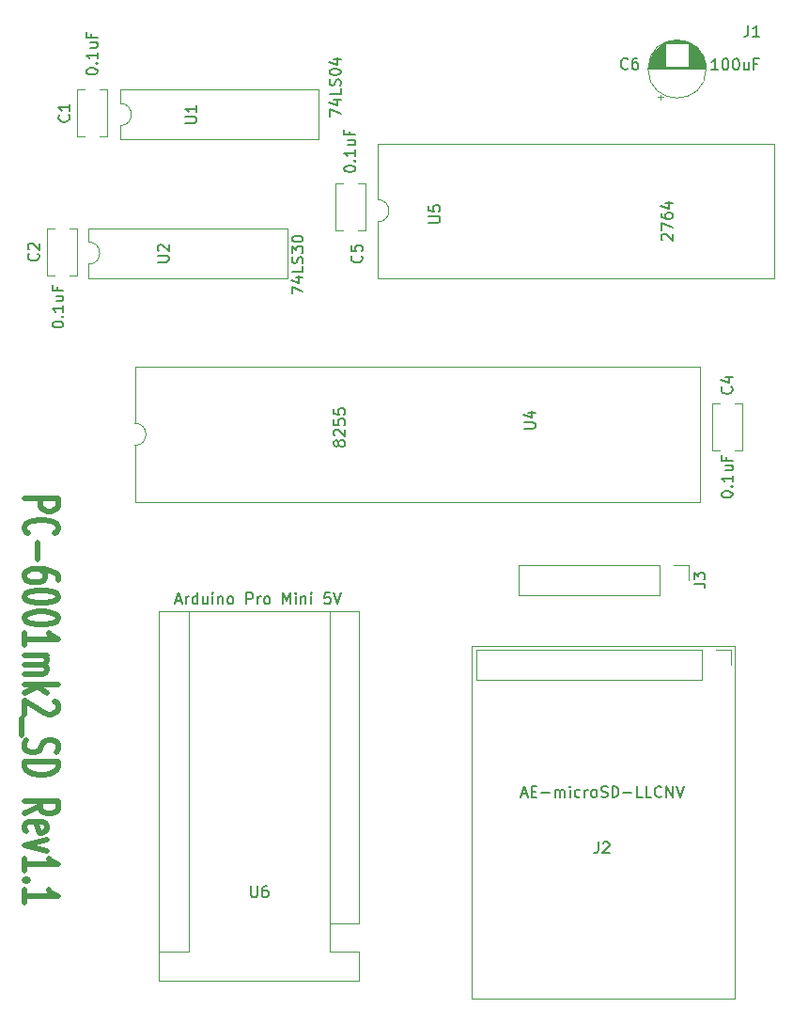
<source format=gto>
G04 #@! TF.GenerationSoftware,KiCad,Pcbnew,(5.1.9)-1*
G04 #@! TF.CreationDate,2022-10-24T14:13:19+09:00*
G04 #@! TF.ProjectId,PC-6001mk2_SD,50432d36-3030-4316-9d6b-325f53442e6b,rev?*
G04 #@! TF.SameCoordinates,PX53920b0PY93c3260*
G04 #@! TF.FileFunction,Legend,Top*
G04 #@! TF.FilePolarity,Positive*
%FSLAX46Y46*%
G04 Gerber Fmt 4.6, Leading zero omitted, Abs format (unit mm)*
G04 Created by KiCad (PCBNEW (5.1.9)-1) date 2022-10-24 14:13:19*
%MOMM*%
%LPD*%
G01*
G04 APERTURE LIST*
%ADD10C,0.150000*%
%ADD11C,0.500000*%
%ADD12C,0.120000*%
G04 APERTURE END LIST*
D10*
X32452380Y79857143D02*
X32452380Y80523810D01*
X33452380Y80095239D01*
X32785714Y81333334D02*
X33452380Y81333334D01*
X32404761Y81095239D02*
X33119047Y80857143D01*
X33119047Y81476191D01*
X33452380Y82333334D02*
X33452380Y81857143D01*
X32452380Y81857143D01*
X33404761Y82619048D02*
X33452380Y82761905D01*
X33452380Y83000000D01*
X33404761Y83095239D01*
X33357142Y83142858D01*
X33261904Y83190477D01*
X33166666Y83190477D01*
X33071428Y83142858D01*
X33023809Y83095239D01*
X32976190Y83000000D01*
X32928571Y82809524D01*
X32880952Y82714286D01*
X32833333Y82666667D01*
X32738095Y82619048D01*
X32642857Y82619048D01*
X32547619Y82666667D01*
X32500000Y82714286D01*
X32452380Y82809524D01*
X32452380Y83047620D01*
X32500000Y83190477D01*
X32452380Y83809524D02*
X32452380Y83904762D01*
X32500000Y84000000D01*
X32547619Y84047620D01*
X32642857Y84095239D01*
X32833333Y84142858D01*
X33071428Y84142858D01*
X33261904Y84095239D01*
X33357142Y84047620D01*
X33404761Y84000000D01*
X33452380Y83904762D01*
X33452380Y83809524D01*
X33404761Y83714286D01*
X33357142Y83666667D01*
X33261904Y83619048D01*
X33071428Y83571429D01*
X32833333Y83571429D01*
X32642857Y83619048D01*
X32547619Y83666667D01*
X32500000Y83714286D01*
X32452380Y83809524D01*
X32785714Y85000000D02*
X33452380Y85000000D01*
X32404761Y84761905D02*
X33119047Y84523810D01*
X33119047Y85142858D01*
X29052380Y63877143D02*
X29052380Y64543810D01*
X30052380Y64115239D01*
X29385714Y65353334D02*
X30052380Y65353334D01*
X29004761Y65115239D02*
X29719047Y64877143D01*
X29719047Y65496191D01*
X30052380Y66353334D02*
X30052380Y65877143D01*
X29052380Y65877143D01*
X30004761Y66639048D02*
X30052380Y66781905D01*
X30052380Y67020000D01*
X30004761Y67115239D01*
X29957142Y67162858D01*
X29861904Y67210477D01*
X29766666Y67210477D01*
X29671428Y67162858D01*
X29623809Y67115239D01*
X29576190Y67020000D01*
X29528571Y66829524D01*
X29480952Y66734286D01*
X29433333Y66686667D01*
X29338095Y66639048D01*
X29242857Y66639048D01*
X29147619Y66686667D01*
X29100000Y66734286D01*
X29052380Y66829524D01*
X29052380Y67067620D01*
X29100000Y67210477D01*
X29052380Y67543810D02*
X29052380Y68162858D01*
X29433333Y67829524D01*
X29433333Y67972381D01*
X29480952Y68067620D01*
X29528571Y68115239D01*
X29623809Y68162858D01*
X29861904Y68162858D01*
X29957142Y68115239D01*
X30004761Y68067620D01*
X30052380Y67972381D01*
X30052380Y67686667D01*
X30004761Y67591429D01*
X29957142Y67543810D01*
X29052380Y68781905D02*
X29052380Y68877143D01*
X29100000Y68972381D01*
X29147619Y69020000D01*
X29242857Y69067620D01*
X29433333Y69115239D01*
X29671428Y69115239D01*
X29861904Y69067620D01*
X29957142Y69020000D01*
X30004761Y68972381D01*
X30052380Y68877143D01*
X30052380Y68781905D01*
X30004761Y68686667D01*
X29957142Y68639048D01*
X29861904Y68591429D01*
X29671428Y68543810D01*
X29433333Y68543810D01*
X29242857Y68591429D01*
X29147619Y68639048D01*
X29100000Y68686667D01*
X29052380Y68781905D01*
X10527380Y83857143D02*
X10527380Y83952381D01*
X10575000Y84047620D01*
X10622619Y84095239D01*
X10717857Y84142858D01*
X10908333Y84190477D01*
X11146428Y84190477D01*
X11336904Y84142858D01*
X11432142Y84095239D01*
X11479761Y84047620D01*
X11527380Y83952381D01*
X11527380Y83857143D01*
X11479761Y83761905D01*
X11432142Y83714286D01*
X11336904Y83666667D01*
X11146428Y83619048D01*
X10908333Y83619048D01*
X10717857Y83666667D01*
X10622619Y83714286D01*
X10575000Y83761905D01*
X10527380Y83857143D01*
X11432142Y84619048D02*
X11479761Y84666667D01*
X11527380Y84619048D01*
X11479761Y84571429D01*
X11432142Y84619048D01*
X11527380Y84619048D01*
X11527380Y85619048D02*
X11527380Y85047620D01*
X11527380Y85333334D02*
X10527380Y85333334D01*
X10670238Y85238096D01*
X10765476Y85142858D01*
X10813095Y85047620D01*
X10860714Y86476191D02*
X11527380Y86476191D01*
X10860714Y86047620D02*
X11384523Y86047620D01*
X11479761Y86095239D01*
X11527380Y86190477D01*
X11527380Y86333334D01*
X11479761Y86428572D01*
X11432142Y86476191D01*
X11003571Y87285715D02*
X11003571Y86952381D01*
X11527380Y86952381D02*
X10527380Y86952381D01*
X10527380Y87428572D01*
X7462380Y61067143D02*
X7462380Y61162381D01*
X7510000Y61257620D01*
X7557619Y61305239D01*
X7652857Y61352858D01*
X7843333Y61400477D01*
X8081428Y61400477D01*
X8271904Y61352858D01*
X8367142Y61305239D01*
X8414761Y61257620D01*
X8462380Y61162381D01*
X8462380Y61067143D01*
X8414761Y60971905D01*
X8367142Y60924286D01*
X8271904Y60876667D01*
X8081428Y60829048D01*
X7843333Y60829048D01*
X7652857Y60876667D01*
X7557619Y60924286D01*
X7510000Y60971905D01*
X7462380Y61067143D01*
X8367142Y61829048D02*
X8414761Y61876667D01*
X8462380Y61829048D01*
X8414761Y61781429D01*
X8367142Y61829048D01*
X8462380Y61829048D01*
X8462380Y62829048D02*
X8462380Y62257620D01*
X8462380Y62543334D02*
X7462380Y62543334D01*
X7605238Y62448096D01*
X7700476Y62352858D01*
X7748095Y62257620D01*
X7795714Y63686191D02*
X8462380Y63686191D01*
X7795714Y63257620D02*
X8319523Y63257620D01*
X8414761Y63305239D01*
X8462380Y63400477D01*
X8462380Y63543334D01*
X8414761Y63638572D01*
X8367142Y63686191D01*
X7938571Y64495715D02*
X7938571Y64162381D01*
X8462380Y64162381D02*
X7462380Y64162381D01*
X7462380Y64638572D01*
X33265952Y50326191D02*
X33218333Y50230953D01*
X33170714Y50183334D01*
X33075476Y50135715D01*
X33027857Y50135715D01*
X32932619Y50183334D01*
X32885000Y50230953D01*
X32837380Y50326191D01*
X32837380Y50516667D01*
X32885000Y50611905D01*
X32932619Y50659524D01*
X33027857Y50707143D01*
X33075476Y50707143D01*
X33170714Y50659524D01*
X33218333Y50611905D01*
X33265952Y50516667D01*
X33265952Y50326191D01*
X33313571Y50230953D01*
X33361190Y50183334D01*
X33456428Y50135715D01*
X33646904Y50135715D01*
X33742142Y50183334D01*
X33789761Y50230953D01*
X33837380Y50326191D01*
X33837380Y50516667D01*
X33789761Y50611905D01*
X33742142Y50659524D01*
X33646904Y50707143D01*
X33456428Y50707143D01*
X33361190Y50659524D01*
X33313571Y50611905D01*
X33265952Y50516667D01*
X32932619Y51088096D02*
X32885000Y51135715D01*
X32837380Y51230953D01*
X32837380Y51469048D01*
X32885000Y51564286D01*
X32932619Y51611905D01*
X33027857Y51659524D01*
X33123095Y51659524D01*
X33265952Y51611905D01*
X33837380Y51040477D01*
X33837380Y51659524D01*
X32837380Y52564286D02*
X32837380Y52088096D01*
X33313571Y52040477D01*
X33265952Y52088096D01*
X33218333Y52183334D01*
X33218333Y52421429D01*
X33265952Y52516667D01*
X33313571Y52564286D01*
X33408809Y52611905D01*
X33646904Y52611905D01*
X33742142Y52564286D01*
X33789761Y52516667D01*
X33837380Y52421429D01*
X33837380Y52183334D01*
X33789761Y52088096D01*
X33742142Y52040477D01*
X32837380Y53516667D02*
X32837380Y53040477D01*
X33313571Y52992858D01*
X33265952Y53040477D01*
X33218333Y53135715D01*
X33218333Y53373810D01*
X33265952Y53469048D01*
X33313571Y53516667D01*
X33408809Y53564286D01*
X33646904Y53564286D01*
X33742142Y53516667D01*
X33789761Y53469048D01*
X33837380Y53373810D01*
X33837380Y53135715D01*
X33789761Y53040477D01*
X33742142Y52992858D01*
X67762380Y45762143D02*
X67762380Y45857381D01*
X67810000Y45952620D01*
X67857619Y46000239D01*
X67952857Y46047858D01*
X68143333Y46095477D01*
X68381428Y46095477D01*
X68571904Y46047858D01*
X68667142Y46000239D01*
X68714761Y45952620D01*
X68762380Y45857381D01*
X68762380Y45762143D01*
X68714761Y45666905D01*
X68667142Y45619286D01*
X68571904Y45571667D01*
X68381428Y45524048D01*
X68143333Y45524048D01*
X67952857Y45571667D01*
X67857619Y45619286D01*
X67810000Y45666905D01*
X67762380Y45762143D01*
X68667142Y46524048D02*
X68714761Y46571667D01*
X68762380Y46524048D01*
X68714761Y46476429D01*
X68667142Y46524048D01*
X68762380Y46524048D01*
X68762380Y47524048D02*
X68762380Y46952620D01*
X68762380Y47238334D02*
X67762380Y47238334D01*
X67905238Y47143096D01*
X68000476Y47047858D01*
X68048095Y46952620D01*
X68095714Y48381191D02*
X68762380Y48381191D01*
X68095714Y47952620D02*
X68619523Y47952620D01*
X68714761Y48000239D01*
X68762380Y48095477D01*
X68762380Y48238334D01*
X68714761Y48333572D01*
X68667142Y48381191D01*
X68238571Y49190715D02*
X68238571Y48857381D01*
X68762380Y48857381D02*
X67762380Y48857381D01*
X67762380Y49333572D01*
X18595238Y36231834D02*
X19071428Y36231834D01*
X18500000Y35946120D02*
X18833333Y36946120D01*
X19166666Y35946120D01*
X19500000Y35946120D02*
X19500000Y36612786D01*
X19500000Y36422310D02*
X19547619Y36517548D01*
X19595238Y36565167D01*
X19690476Y36612786D01*
X19785714Y36612786D01*
X20547619Y35946120D02*
X20547619Y36946120D01*
X20547619Y35993739D02*
X20452380Y35946120D01*
X20261904Y35946120D01*
X20166666Y35993739D01*
X20119047Y36041358D01*
X20071428Y36136596D01*
X20071428Y36422310D01*
X20119047Y36517548D01*
X20166666Y36565167D01*
X20261904Y36612786D01*
X20452380Y36612786D01*
X20547619Y36565167D01*
X21452380Y36612786D02*
X21452380Y35946120D01*
X21023809Y36612786D02*
X21023809Y36088977D01*
X21071428Y35993739D01*
X21166666Y35946120D01*
X21309523Y35946120D01*
X21404761Y35993739D01*
X21452380Y36041358D01*
X21928571Y35946120D02*
X21928571Y36612786D01*
X21928571Y36946120D02*
X21880952Y36898500D01*
X21928571Y36850881D01*
X21976190Y36898500D01*
X21928571Y36946120D01*
X21928571Y36850881D01*
X22404761Y36612786D02*
X22404761Y35946120D01*
X22404761Y36517548D02*
X22452380Y36565167D01*
X22547619Y36612786D01*
X22690476Y36612786D01*
X22785714Y36565167D01*
X22833333Y36469929D01*
X22833333Y35946120D01*
X23452380Y35946120D02*
X23357142Y35993739D01*
X23309523Y36041358D01*
X23261904Y36136596D01*
X23261904Y36422310D01*
X23309523Y36517548D01*
X23357142Y36565167D01*
X23452380Y36612786D01*
X23595238Y36612786D01*
X23690476Y36565167D01*
X23738095Y36517548D01*
X23785714Y36422310D01*
X23785714Y36136596D01*
X23738095Y36041358D01*
X23690476Y35993739D01*
X23595238Y35946120D01*
X23452380Y35946120D01*
X24976190Y35946120D02*
X24976190Y36946120D01*
X25357142Y36946120D01*
X25452380Y36898500D01*
X25500000Y36850881D01*
X25547619Y36755643D01*
X25547619Y36612786D01*
X25500000Y36517548D01*
X25452380Y36469929D01*
X25357142Y36422310D01*
X24976190Y36422310D01*
X25976190Y35946120D02*
X25976190Y36612786D01*
X25976190Y36422310D02*
X26023809Y36517548D01*
X26071428Y36565167D01*
X26166666Y36612786D01*
X26261904Y36612786D01*
X26738095Y35946120D02*
X26642857Y35993739D01*
X26595238Y36041358D01*
X26547619Y36136596D01*
X26547619Y36422310D01*
X26595238Y36517548D01*
X26642857Y36565167D01*
X26738095Y36612786D01*
X26880952Y36612786D01*
X26976190Y36565167D01*
X27023809Y36517548D01*
X27071428Y36422310D01*
X27071428Y36136596D01*
X27023809Y36041358D01*
X26976190Y35993739D01*
X26880952Y35946120D01*
X26738095Y35946120D01*
X28261904Y35946120D02*
X28261904Y36946120D01*
X28595238Y36231834D01*
X28928571Y36946120D01*
X28928571Y35946120D01*
X29404761Y35946120D02*
X29404761Y36612786D01*
X29404761Y36946120D02*
X29357142Y36898500D01*
X29404761Y36850881D01*
X29452380Y36898500D01*
X29404761Y36946120D01*
X29404761Y36850881D01*
X29880952Y36612786D02*
X29880952Y35946120D01*
X29880952Y36517548D02*
X29928571Y36565167D01*
X30023809Y36612786D01*
X30166666Y36612786D01*
X30261904Y36565167D01*
X30309523Y36469929D01*
X30309523Y35946120D01*
X30785714Y35946120D02*
X30785714Y36612786D01*
X30785714Y36946120D02*
X30738095Y36898500D01*
X30785714Y36850881D01*
X30833333Y36898500D01*
X30785714Y36946120D01*
X30785714Y36850881D01*
X32500000Y36946120D02*
X32023809Y36946120D01*
X31976190Y36469929D01*
X32023809Y36517548D01*
X32119047Y36565167D01*
X32357142Y36565167D01*
X32452380Y36517548D01*
X32500000Y36469929D01*
X32547619Y36374691D01*
X32547619Y36136596D01*
X32500000Y36041358D01*
X32452380Y35993739D01*
X32357142Y35946120D01*
X32119047Y35946120D01*
X32023809Y35993739D01*
X31976190Y36041358D01*
X32833333Y36946120D02*
X33166666Y35946120D01*
X33500000Y36946120D01*
X33772380Y75082143D02*
X33772380Y75177381D01*
X33820000Y75272620D01*
X33867619Y75320239D01*
X33962857Y75367858D01*
X34153333Y75415477D01*
X34391428Y75415477D01*
X34581904Y75367858D01*
X34677142Y75320239D01*
X34724761Y75272620D01*
X34772380Y75177381D01*
X34772380Y75082143D01*
X34724761Y74986905D01*
X34677142Y74939286D01*
X34581904Y74891667D01*
X34391428Y74844048D01*
X34153333Y74844048D01*
X33962857Y74891667D01*
X33867619Y74939286D01*
X33820000Y74986905D01*
X33772380Y75082143D01*
X34677142Y75844048D02*
X34724761Y75891667D01*
X34772380Y75844048D01*
X34724761Y75796429D01*
X34677142Y75844048D01*
X34772380Y75844048D01*
X34772380Y76844048D02*
X34772380Y76272620D01*
X34772380Y76558334D02*
X33772380Y76558334D01*
X33915238Y76463096D01*
X34010476Y76367858D01*
X34058095Y76272620D01*
X34105714Y77701191D02*
X34772380Y77701191D01*
X34105714Y77272620D02*
X34629523Y77272620D01*
X34724761Y77320239D01*
X34772380Y77415477D01*
X34772380Y77558334D01*
X34724761Y77653572D01*
X34677142Y77701191D01*
X34248571Y78510715D02*
X34248571Y78177381D01*
X34772380Y78177381D02*
X33772380Y78177381D01*
X33772380Y78653572D01*
X62442619Y68700715D02*
X62395000Y68748334D01*
X62347380Y68843572D01*
X62347380Y69081667D01*
X62395000Y69176905D01*
X62442619Y69224524D01*
X62537857Y69272143D01*
X62633095Y69272143D01*
X62775952Y69224524D01*
X63347380Y68653096D01*
X63347380Y69272143D01*
X62347380Y69605477D02*
X62347380Y70272143D01*
X63347380Y69843572D01*
X62347380Y71081667D02*
X62347380Y70891191D01*
X62395000Y70795953D01*
X62442619Y70748334D01*
X62585476Y70653096D01*
X62775952Y70605477D01*
X63156904Y70605477D01*
X63252142Y70653096D01*
X63299761Y70700715D01*
X63347380Y70795953D01*
X63347380Y70986429D01*
X63299761Y71081667D01*
X63252142Y71129286D01*
X63156904Y71176905D01*
X62918809Y71176905D01*
X62823571Y71129286D01*
X62775952Y71081667D01*
X62728333Y70986429D01*
X62728333Y70795953D01*
X62775952Y70700715D01*
X62823571Y70653096D01*
X62918809Y70605477D01*
X62680714Y72034048D02*
X63347380Y72034048D01*
X62299761Y71795953D02*
X63014047Y71557858D01*
X63014047Y72176905D01*
X67452380Y84047620D02*
X66880952Y84047620D01*
X67166666Y84047620D02*
X67166666Y85047620D01*
X67071428Y84904762D01*
X66976190Y84809524D01*
X66880952Y84761905D01*
X68071428Y85047620D02*
X68166666Y85047620D01*
X68261904Y85000000D01*
X68309523Y84952381D01*
X68357142Y84857143D01*
X68404761Y84666667D01*
X68404761Y84428572D01*
X68357142Y84238096D01*
X68309523Y84142858D01*
X68261904Y84095239D01*
X68166666Y84047620D01*
X68071428Y84047620D01*
X67976190Y84095239D01*
X67928571Y84142858D01*
X67880952Y84238096D01*
X67833333Y84428572D01*
X67833333Y84666667D01*
X67880952Y84857143D01*
X67928571Y84952381D01*
X67976190Y85000000D01*
X68071428Y85047620D01*
X69023809Y85047620D02*
X69119047Y85047620D01*
X69214285Y85000000D01*
X69261904Y84952381D01*
X69309523Y84857143D01*
X69357142Y84666667D01*
X69357142Y84428572D01*
X69309523Y84238096D01*
X69261904Y84142858D01*
X69214285Y84095239D01*
X69119047Y84047620D01*
X69023809Y84047620D01*
X68928571Y84095239D01*
X68880952Y84142858D01*
X68833333Y84238096D01*
X68785714Y84428572D01*
X68785714Y84666667D01*
X68833333Y84857143D01*
X68880952Y84952381D01*
X68928571Y85000000D01*
X69023809Y85047620D01*
X70214285Y84714286D02*
X70214285Y84047620D01*
X69785714Y84714286D02*
X69785714Y84190477D01*
X69833333Y84095239D01*
X69928571Y84047620D01*
X70071428Y84047620D01*
X70166666Y84095239D01*
X70214285Y84142858D01*
X71023809Y84571429D02*
X70690476Y84571429D01*
X70690476Y84047620D02*
X70690476Y85047620D01*
X71166666Y85047620D01*
D11*
X4992857Y45447858D02*
X7992857Y45447858D01*
X7992857Y44685953D01*
X7850000Y44495477D01*
X7707142Y44400239D01*
X7421428Y44305000D01*
X6992857Y44305000D01*
X6707142Y44400239D01*
X6564285Y44495477D01*
X6421428Y44685953D01*
X6421428Y45447858D01*
X5278571Y42305000D02*
X5135714Y42400239D01*
X4992857Y42685953D01*
X4992857Y42876429D01*
X5135714Y43162143D01*
X5421428Y43352620D01*
X5707142Y43447858D01*
X6278571Y43543096D01*
X6707142Y43543096D01*
X7278571Y43447858D01*
X7564285Y43352620D01*
X7850000Y43162143D01*
X7992857Y42876429D01*
X7992857Y42685953D01*
X7850000Y42400239D01*
X7707142Y42305000D01*
X6135714Y41447858D02*
X6135714Y39924048D01*
X7992857Y38114524D02*
X7992857Y38495477D01*
X7850000Y38685953D01*
X7707142Y38781191D01*
X7278571Y38971667D01*
X6707142Y39066905D01*
X5564285Y39066905D01*
X5278571Y38971667D01*
X5135714Y38876429D01*
X4992857Y38685953D01*
X4992857Y38305000D01*
X5135714Y38114524D01*
X5278571Y38019286D01*
X5564285Y37924048D01*
X6278571Y37924048D01*
X6564285Y38019286D01*
X6707142Y38114524D01*
X6850000Y38305000D01*
X6850000Y38685953D01*
X6707142Y38876429D01*
X6564285Y38971667D01*
X6278571Y39066905D01*
X7992857Y36685953D02*
X7992857Y36495477D01*
X7850000Y36305000D01*
X7707142Y36209762D01*
X7421428Y36114524D01*
X6850000Y36019286D01*
X6135714Y36019286D01*
X5564285Y36114524D01*
X5278571Y36209762D01*
X5135714Y36305000D01*
X4992857Y36495477D01*
X4992857Y36685953D01*
X5135714Y36876429D01*
X5278571Y36971667D01*
X5564285Y37066905D01*
X6135714Y37162143D01*
X6850000Y37162143D01*
X7421428Y37066905D01*
X7707142Y36971667D01*
X7850000Y36876429D01*
X7992857Y36685953D01*
X7992857Y34781191D02*
X7992857Y34590715D01*
X7850000Y34400239D01*
X7707142Y34305000D01*
X7421428Y34209762D01*
X6850000Y34114524D01*
X6135714Y34114524D01*
X5564285Y34209762D01*
X5278571Y34305000D01*
X5135714Y34400239D01*
X4992857Y34590715D01*
X4992857Y34781191D01*
X5135714Y34971667D01*
X5278571Y35066905D01*
X5564285Y35162143D01*
X6135714Y35257381D01*
X6850000Y35257381D01*
X7421428Y35162143D01*
X7707142Y35066905D01*
X7850000Y34971667D01*
X7992857Y34781191D01*
X4992857Y32209762D02*
X4992857Y33352620D01*
X4992857Y32781191D02*
X7992857Y32781191D01*
X7564285Y32971667D01*
X7278571Y33162143D01*
X7135714Y33352620D01*
X4992857Y31352620D02*
X6992857Y31352620D01*
X6707142Y31352620D02*
X6850000Y31257381D01*
X6992857Y31066905D01*
X6992857Y30781191D01*
X6850000Y30590715D01*
X6564285Y30495477D01*
X4992857Y30495477D01*
X6564285Y30495477D02*
X6850000Y30400239D01*
X6992857Y30209762D01*
X6992857Y29924048D01*
X6850000Y29733572D01*
X6564285Y29638334D01*
X4992857Y29638334D01*
X4992857Y28685953D02*
X7992857Y28685953D01*
X6135714Y28495477D02*
X4992857Y27924048D01*
X6992857Y27924048D02*
X5850000Y28685953D01*
X7707142Y27162143D02*
X7850000Y27066905D01*
X7992857Y26876429D01*
X7992857Y26400239D01*
X7850000Y26209762D01*
X7707142Y26114524D01*
X7421428Y26019286D01*
X7135714Y26019286D01*
X6707142Y26114524D01*
X4992857Y27257381D01*
X4992857Y26019286D01*
X4707142Y25638334D02*
X4707142Y24114524D01*
X5135714Y23733572D02*
X4992857Y23447858D01*
X4992857Y22971667D01*
X5135714Y22781191D01*
X5278571Y22685953D01*
X5564285Y22590715D01*
X5850000Y22590715D01*
X6135714Y22685953D01*
X6278571Y22781191D01*
X6421428Y22971667D01*
X6564285Y23352620D01*
X6707142Y23543096D01*
X6850000Y23638334D01*
X7135714Y23733572D01*
X7421428Y23733572D01*
X7707142Y23638334D01*
X7850000Y23543096D01*
X7992857Y23352620D01*
X7992857Y22876429D01*
X7850000Y22590715D01*
X4992857Y21733572D02*
X7992857Y21733572D01*
X7992857Y21257381D01*
X7850000Y20971667D01*
X7564285Y20781191D01*
X7278571Y20685953D01*
X6707142Y20590715D01*
X6278571Y20590715D01*
X5707142Y20685953D01*
X5421428Y20781191D01*
X5135714Y20971667D01*
X4992857Y21257381D01*
X4992857Y21733572D01*
X4992857Y17066905D02*
X6421428Y17733572D01*
X4992857Y18209762D02*
X7992857Y18209762D01*
X7992857Y17447858D01*
X7850000Y17257381D01*
X7707142Y17162143D01*
X7421428Y17066905D01*
X6992857Y17066905D01*
X6707142Y17162143D01*
X6564285Y17257381D01*
X6421428Y17447858D01*
X6421428Y18209762D01*
X5135714Y15447858D02*
X4992857Y15638334D01*
X4992857Y16019286D01*
X5135714Y16209762D01*
X5421428Y16305000D01*
X6564285Y16305000D01*
X6850000Y16209762D01*
X6992857Y16019286D01*
X6992857Y15638334D01*
X6850000Y15447858D01*
X6564285Y15352620D01*
X6278571Y15352620D01*
X5992857Y16305000D01*
X6992857Y14685953D02*
X4992857Y14209762D01*
X6992857Y13733572D01*
X4992857Y11924048D02*
X4992857Y13066905D01*
X4992857Y12495477D02*
X7992857Y12495477D01*
X7564285Y12685953D01*
X7278571Y12876429D01*
X7135714Y13066905D01*
X5278571Y11066905D02*
X5135714Y10971667D01*
X4992857Y11066905D01*
X5135714Y11162143D01*
X5278571Y11066905D01*
X4992857Y11066905D01*
X4992857Y9066905D02*
X4992857Y10209762D01*
X4992857Y9638334D02*
X7992857Y9638334D01*
X7564285Y9828810D01*
X7278571Y10019286D01*
X7135714Y10209762D01*
D12*
X67645000Y49750000D02*
X66940000Y49750000D01*
X69680000Y49750000D02*
X68975000Y49750000D01*
X67645000Y53990000D02*
X66940000Y53990000D01*
X69680000Y53990000D02*
X68975000Y53990000D01*
X66940000Y53990000D02*
X66940000Y49750000D01*
X69680000Y53990000D02*
X69680000Y49750000D01*
X36800000Y77410000D02*
X36800000Y72350000D01*
X72480000Y77410000D02*
X36800000Y77410000D01*
X72480000Y65290000D02*
X72480000Y77410000D01*
X36800000Y65290000D02*
X72480000Y65290000D01*
X36800000Y70350000D02*
X36800000Y65290000D01*
X36800000Y72350000D02*
G75*
G02*
X36800000Y70350000I0J-1000000D01*
G01*
X14910000Y57275000D02*
X14910000Y52215000D01*
X65830000Y57275000D02*
X14910000Y57275000D01*
X65830000Y45155000D02*
X65830000Y57275000D01*
X14910000Y45155000D02*
X65830000Y45155000D01*
X14910000Y50215000D02*
X14910000Y45155000D01*
X14910000Y52215000D02*
G75*
G02*
X14910000Y50215000I0J-1000000D01*
G01*
X35690000Y73825000D02*
X35690000Y69585000D01*
X32950000Y73825000D02*
X32950000Y69585000D01*
X35690000Y73825000D02*
X34985000Y73825000D01*
X33655000Y73825000D02*
X32950000Y73825000D01*
X35690000Y69585000D02*
X34985000Y69585000D01*
X33655000Y69585000D02*
X32950000Y69585000D01*
X66390000Y84120000D02*
G75*
G03*
X66390000Y84120000I-2620000J0D01*
G01*
X61190000Y84120000D02*
X66350000Y84120000D01*
X61190000Y84160000D02*
X66350000Y84160000D01*
X61191000Y84200000D02*
X66349000Y84200000D01*
X61192000Y84240000D02*
X66348000Y84240000D01*
X61194000Y84280000D02*
X66346000Y84280000D01*
X61197000Y84320000D02*
X66343000Y84320000D01*
X61201000Y84360000D02*
X62730000Y84360000D01*
X64810000Y84360000D02*
X66339000Y84360000D01*
X61205000Y84400000D02*
X62730000Y84400000D01*
X64810000Y84400000D02*
X66335000Y84400000D01*
X61209000Y84440000D02*
X62730000Y84440000D01*
X64810000Y84440000D02*
X66331000Y84440000D01*
X61214000Y84480000D02*
X62730000Y84480000D01*
X64810000Y84480000D02*
X66326000Y84480000D01*
X61220000Y84520000D02*
X62730000Y84520000D01*
X64810000Y84520000D02*
X66320000Y84520000D01*
X61227000Y84560000D02*
X62730000Y84560000D01*
X64810000Y84560000D02*
X66313000Y84560000D01*
X61234000Y84600000D02*
X62730000Y84600000D01*
X64810000Y84600000D02*
X66306000Y84600000D01*
X61242000Y84640000D02*
X62730000Y84640000D01*
X64810000Y84640000D02*
X66298000Y84640000D01*
X61250000Y84680000D02*
X62730000Y84680000D01*
X64810000Y84680000D02*
X66290000Y84680000D01*
X61259000Y84720000D02*
X62730000Y84720000D01*
X64810000Y84720000D02*
X66281000Y84720000D01*
X61269000Y84760000D02*
X62730000Y84760000D01*
X64810000Y84760000D02*
X66271000Y84760000D01*
X61279000Y84800000D02*
X62730000Y84800000D01*
X64810000Y84800000D02*
X66261000Y84800000D01*
X61290000Y84841000D02*
X62730000Y84841000D01*
X64810000Y84841000D02*
X66250000Y84841000D01*
X61302000Y84881000D02*
X62730000Y84881000D01*
X64810000Y84881000D02*
X66238000Y84881000D01*
X61315000Y84921000D02*
X62730000Y84921000D01*
X64810000Y84921000D02*
X66225000Y84921000D01*
X61328000Y84961000D02*
X62730000Y84961000D01*
X64810000Y84961000D02*
X66212000Y84961000D01*
X61342000Y85001000D02*
X62730000Y85001000D01*
X64810000Y85001000D02*
X66198000Y85001000D01*
X61356000Y85041000D02*
X62730000Y85041000D01*
X64810000Y85041000D02*
X66184000Y85041000D01*
X61372000Y85081000D02*
X62730000Y85081000D01*
X64810000Y85081000D02*
X66168000Y85081000D01*
X61388000Y85121000D02*
X62730000Y85121000D01*
X64810000Y85121000D02*
X66152000Y85121000D01*
X61405000Y85161000D02*
X62730000Y85161000D01*
X64810000Y85161000D02*
X66135000Y85161000D01*
X61422000Y85201000D02*
X62730000Y85201000D01*
X64810000Y85201000D02*
X66118000Y85201000D01*
X61441000Y85241000D02*
X62730000Y85241000D01*
X64810000Y85241000D02*
X66099000Y85241000D01*
X61460000Y85281000D02*
X62730000Y85281000D01*
X64810000Y85281000D02*
X66080000Y85281000D01*
X61480000Y85321000D02*
X62730000Y85321000D01*
X64810000Y85321000D02*
X66060000Y85321000D01*
X61502000Y85361000D02*
X62730000Y85361000D01*
X64810000Y85361000D02*
X66038000Y85361000D01*
X61523000Y85401000D02*
X62730000Y85401000D01*
X64810000Y85401000D02*
X66017000Y85401000D01*
X61546000Y85441000D02*
X62730000Y85441000D01*
X64810000Y85441000D02*
X65994000Y85441000D01*
X61570000Y85481000D02*
X62730000Y85481000D01*
X64810000Y85481000D02*
X65970000Y85481000D01*
X61595000Y85521000D02*
X62730000Y85521000D01*
X64810000Y85521000D02*
X65945000Y85521000D01*
X61621000Y85561000D02*
X62730000Y85561000D01*
X64810000Y85561000D02*
X65919000Y85561000D01*
X61648000Y85601000D02*
X62730000Y85601000D01*
X64810000Y85601000D02*
X65892000Y85601000D01*
X61675000Y85641000D02*
X62730000Y85641000D01*
X64810000Y85641000D02*
X65865000Y85641000D01*
X61705000Y85681000D02*
X62730000Y85681000D01*
X64810000Y85681000D02*
X65835000Y85681000D01*
X61735000Y85721000D02*
X62730000Y85721000D01*
X64810000Y85721000D02*
X65805000Y85721000D01*
X61766000Y85761000D02*
X62730000Y85761000D01*
X64810000Y85761000D02*
X65774000Y85761000D01*
X61799000Y85801000D02*
X62730000Y85801000D01*
X64810000Y85801000D02*
X65741000Y85801000D01*
X61833000Y85841000D02*
X62730000Y85841000D01*
X64810000Y85841000D02*
X65707000Y85841000D01*
X61869000Y85881000D02*
X62730000Y85881000D01*
X64810000Y85881000D02*
X65671000Y85881000D01*
X61906000Y85921000D02*
X62730000Y85921000D01*
X64810000Y85921000D02*
X65634000Y85921000D01*
X61944000Y85961000D02*
X62730000Y85961000D01*
X64810000Y85961000D02*
X65596000Y85961000D01*
X61985000Y86001000D02*
X62730000Y86001000D01*
X64810000Y86001000D02*
X65555000Y86001000D01*
X62027000Y86041000D02*
X62730000Y86041000D01*
X64810000Y86041000D02*
X65513000Y86041000D01*
X62071000Y86081000D02*
X62730000Y86081000D01*
X64810000Y86081000D02*
X65469000Y86081000D01*
X62117000Y86121000D02*
X62730000Y86121000D01*
X64810000Y86121000D02*
X65423000Y86121000D01*
X62165000Y86161000D02*
X62730000Y86161000D01*
X64810000Y86161000D02*
X65375000Y86161000D01*
X62216000Y86201000D02*
X62730000Y86201000D01*
X64810000Y86201000D02*
X65324000Y86201000D01*
X62270000Y86241000D02*
X62730000Y86241000D01*
X64810000Y86241000D02*
X65270000Y86241000D01*
X62327000Y86281000D02*
X62730000Y86281000D01*
X64810000Y86281000D02*
X65213000Y86281000D01*
X62387000Y86321000D02*
X62730000Y86321000D01*
X64810000Y86321000D02*
X65153000Y86321000D01*
X62451000Y86361000D02*
X62730000Y86361000D01*
X64810000Y86361000D02*
X65089000Y86361000D01*
X62519000Y86401000D02*
X62730000Y86401000D01*
X64810000Y86401000D02*
X65021000Y86401000D01*
X62592000Y86441000D02*
X64948000Y86441000D01*
X62672000Y86481000D02*
X64868000Y86481000D01*
X62759000Y86521000D02*
X64781000Y86521000D01*
X62855000Y86561000D02*
X64685000Y86561000D01*
X62965000Y86601000D02*
X64575000Y86601000D01*
X63093000Y86641000D02*
X64447000Y86641000D01*
X63252000Y86681000D02*
X64288000Y86681000D01*
X63486000Y86721000D02*
X64054000Y86721000D01*
X62295000Y81315225D02*
X62295000Y81815225D01*
X62045000Y81565225D02*
X62545000Y81565225D01*
X9705000Y78020000D02*
X9705000Y82260000D01*
X12445000Y78020000D02*
X12445000Y82260000D01*
X9705000Y78020000D02*
X10410000Y78020000D01*
X11740000Y78020000D02*
X12445000Y78020000D01*
X9705000Y82260000D02*
X10410000Y82260000D01*
X11740000Y82260000D02*
X12445000Y82260000D01*
X8984000Y69767000D02*
X9689000Y69767000D01*
X6949000Y69767000D02*
X7654000Y69767000D01*
X8984000Y65527000D02*
X9689000Y65527000D01*
X6949000Y65527000D02*
X7654000Y65527000D01*
X9689000Y65527000D02*
X9689000Y69767000D01*
X6949000Y65527000D02*
X6949000Y69767000D01*
X10735000Y69790000D02*
X10735000Y68540000D01*
X28635000Y69790000D02*
X10735000Y69790000D01*
X28635000Y65290000D02*
X28635000Y69790000D01*
X10735000Y65290000D02*
X28635000Y65290000D01*
X10735000Y66540000D02*
X10735000Y65290000D01*
X10735000Y68540000D02*
G75*
G02*
X10735000Y66540000I0J-1000000D01*
G01*
X68990000Y32180000D02*
X45290000Y32180000D01*
X68990000Y380000D02*
X68990000Y32180000D01*
X45290000Y380000D02*
X68990000Y380000D01*
X45290000Y32180000D02*
X45290000Y380000D01*
X68640000Y31810000D02*
X68640000Y30480000D01*
X67310000Y31810000D02*
X68640000Y31810000D01*
X66040000Y31810000D02*
X66040000Y29150000D01*
X66040000Y29150000D02*
X45660000Y29150000D01*
X66040000Y31810000D02*
X45660000Y31810000D01*
X45660000Y31810000D02*
X45660000Y29150000D01*
X17105000Y1981000D02*
X35139000Y1981000D01*
X17105000Y35255000D02*
X17105000Y1981000D01*
X32472000Y7188000D02*
X32472000Y35255000D01*
X32472000Y7188000D02*
X35139000Y7188000D01*
X35139000Y35255000D02*
X17102000Y35255000D01*
X19772000Y4648000D02*
X19772000Y35255000D01*
X19772000Y4648000D02*
X17102000Y4648000D01*
X35139000Y1981000D02*
X35139000Y4648000D01*
X35139000Y7188000D02*
X35139000Y35255000D01*
X32472000Y4648000D02*
X35139000Y4648000D01*
X32472000Y7188000D02*
X32472000Y4648000D01*
X13592000Y79010000D02*
X13592000Y77760000D01*
X13592000Y77760000D02*
X31492000Y77760000D01*
X31492000Y77760000D02*
X31492000Y82260000D01*
X31492000Y82260000D02*
X13592000Y82260000D01*
X13592000Y82260000D02*
X13592000Y81010000D01*
X13592000Y81010000D02*
G75*
G02*
X13592000Y79010000I0J-1000000D01*
G01*
X64830000Y39430000D02*
X64830000Y38100000D01*
X63500000Y39430000D02*
X64830000Y39430000D01*
X62230000Y39430000D02*
X62230000Y36770000D01*
X62230000Y36770000D02*
X49470000Y36770000D01*
X62230000Y39430000D02*
X49470000Y39430000D01*
X49470000Y39430000D02*
X49470000Y36770000D01*
D10*
X68667142Y55493334D02*
X68714761Y55445715D01*
X68762380Y55302858D01*
X68762380Y55207620D01*
X68714761Y55064762D01*
X68619523Y54969524D01*
X68524285Y54921905D01*
X68333809Y54874286D01*
X68190952Y54874286D01*
X68000476Y54921905D01*
X67905238Y54969524D01*
X67810000Y55064762D01*
X67762380Y55207620D01*
X67762380Y55302858D01*
X67810000Y55445715D01*
X67857619Y55493334D01*
X68095714Y56350477D02*
X68762380Y56350477D01*
X67714761Y56112381D02*
X68429047Y55874286D01*
X68429047Y56493334D01*
X41392380Y70288096D02*
X42201904Y70288096D01*
X42297142Y70335715D01*
X42344761Y70383334D01*
X42392380Y70478572D01*
X42392380Y70669048D01*
X42344761Y70764286D01*
X42297142Y70811905D01*
X42201904Y70859524D01*
X41392380Y70859524D01*
X41392380Y71811905D02*
X41392380Y71335715D01*
X41868571Y71288096D01*
X41820952Y71335715D01*
X41773333Y71430953D01*
X41773333Y71669048D01*
X41820952Y71764286D01*
X41868571Y71811905D01*
X41963809Y71859524D01*
X42201904Y71859524D01*
X42297142Y71811905D01*
X42344761Y71764286D01*
X42392380Y71669048D01*
X42392380Y71430953D01*
X42344761Y71335715D01*
X42297142Y71288096D01*
X49982380Y51723096D02*
X50791904Y51723096D01*
X50887142Y51770715D01*
X50934761Y51818334D01*
X50982380Y51913572D01*
X50982380Y52104048D01*
X50934761Y52199286D01*
X50887142Y52246905D01*
X50791904Y52294524D01*
X49982380Y52294524D01*
X50315714Y53199286D02*
X50982380Y53199286D01*
X49934761Y52961191D02*
X50649047Y52723096D01*
X50649047Y53342143D01*
X35312142Y67298334D02*
X35359761Y67250715D01*
X35407380Y67107858D01*
X35407380Y67012620D01*
X35359761Y66869762D01*
X35264523Y66774524D01*
X35169285Y66726905D01*
X34978809Y66679286D01*
X34835952Y66679286D01*
X34645476Y66726905D01*
X34550238Y66774524D01*
X34455000Y66869762D01*
X34407380Y67012620D01*
X34407380Y67107858D01*
X34455000Y67250715D01*
X34502619Y67298334D01*
X34407380Y68203096D02*
X34407380Y67726905D01*
X34883571Y67679286D01*
X34835952Y67726905D01*
X34788333Y67822143D01*
X34788333Y68060239D01*
X34835952Y68155477D01*
X34883571Y68203096D01*
X34978809Y68250715D01*
X35216904Y68250715D01*
X35312142Y68203096D01*
X35359761Y68155477D01*
X35407380Y68060239D01*
X35407380Y67822143D01*
X35359761Y67726905D01*
X35312142Y67679286D01*
X59323333Y84182858D02*
X59275714Y84135239D01*
X59132857Y84087620D01*
X59037619Y84087620D01*
X58894761Y84135239D01*
X58799523Y84230477D01*
X58751904Y84325715D01*
X58704285Y84516191D01*
X58704285Y84659048D01*
X58751904Y84849524D01*
X58799523Y84944762D01*
X58894761Y85040000D01*
X59037619Y85087620D01*
X59132857Y85087620D01*
X59275714Y85040000D01*
X59323333Y84992381D01*
X60180476Y85087620D02*
X59990000Y85087620D01*
X59894761Y85040000D01*
X59847142Y84992381D01*
X59751904Y84849524D01*
X59704285Y84659048D01*
X59704285Y84278096D01*
X59751904Y84182858D01*
X59799523Y84135239D01*
X59894761Y84087620D01*
X60085238Y84087620D01*
X60180476Y84135239D01*
X60228095Y84182858D01*
X60275714Y84278096D01*
X60275714Y84516191D01*
X60228095Y84611429D01*
X60180476Y84659048D01*
X60085238Y84706667D01*
X59894761Y84706667D01*
X59799523Y84659048D01*
X59751904Y84611429D01*
X59704285Y84516191D01*
X8932142Y79973334D02*
X8979761Y79925715D01*
X9027380Y79782858D01*
X9027380Y79687620D01*
X8979761Y79544762D01*
X8884523Y79449524D01*
X8789285Y79401905D01*
X8598809Y79354286D01*
X8455952Y79354286D01*
X8265476Y79401905D01*
X8170238Y79449524D01*
X8075000Y79544762D01*
X8027380Y79687620D01*
X8027380Y79782858D01*
X8075000Y79925715D01*
X8122619Y79973334D01*
X9027380Y80925715D02*
X9027380Y80354286D01*
X9027380Y80640000D02*
X8027380Y80640000D01*
X8170238Y80544762D01*
X8265476Y80449524D01*
X8313095Y80354286D01*
X6176142Y67480334D02*
X6223761Y67432715D01*
X6271380Y67289858D01*
X6271380Y67194620D01*
X6223761Y67051762D01*
X6128523Y66956524D01*
X6033285Y66908905D01*
X5842809Y66861286D01*
X5699952Y66861286D01*
X5509476Y66908905D01*
X5414238Y66956524D01*
X5319000Y67051762D01*
X5271380Y67194620D01*
X5271380Y67289858D01*
X5319000Y67432715D01*
X5366619Y67480334D01*
X5366619Y67861286D02*
X5319000Y67908905D01*
X5271380Y68004143D01*
X5271380Y68242239D01*
X5319000Y68337477D01*
X5366619Y68385096D01*
X5461857Y68432715D01*
X5557095Y68432715D01*
X5699952Y68385096D01*
X6271380Y67813667D01*
X6271380Y68432715D01*
X16952380Y66738096D02*
X17761904Y66738096D01*
X17857142Y66785715D01*
X17904761Y66833334D01*
X17952380Y66928572D01*
X17952380Y67119048D01*
X17904761Y67214286D01*
X17857142Y67261905D01*
X17761904Y67309524D01*
X16952380Y67309524D01*
X17047619Y67738096D02*
X17000000Y67785715D01*
X16952380Y67880953D01*
X16952380Y68119048D01*
X17000000Y68214286D01*
X17047619Y68261905D01*
X17142857Y68309524D01*
X17238095Y68309524D01*
X17380952Y68261905D01*
X17952380Y67690477D01*
X17952380Y68309524D01*
X56666666Y14517620D02*
X56666666Y13803334D01*
X56619047Y13660477D01*
X56523809Y13565239D01*
X56380952Y13517620D01*
X56285714Y13517620D01*
X57095238Y14422381D02*
X57142857Y14470000D01*
X57238095Y14517620D01*
X57476190Y14517620D01*
X57571428Y14470000D01*
X57619047Y14422381D01*
X57666666Y14327143D01*
X57666666Y14231905D01*
X57619047Y14089048D01*
X57047619Y13517620D01*
X57666666Y13517620D01*
X49738095Y18833334D02*
X50214285Y18833334D01*
X49642857Y18547620D02*
X49976190Y19547620D01*
X50309523Y18547620D01*
X50642857Y19071429D02*
X50976190Y19071429D01*
X51119047Y18547620D02*
X50642857Y18547620D01*
X50642857Y19547620D01*
X51119047Y19547620D01*
X51547619Y18928572D02*
X52309523Y18928572D01*
X52785714Y18547620D02*
X52785714Y19214286D01*
X52785714Y19119048D02*
X52833333Y19166667D01*
X52928571Y19214286D01*
X53071428Y19214286D01*
X53166666Y19166667D01*
X53214285Y19071429D01*
X53214285Y18547620D01*
X53214285Y19071429D02*
X53261904Y19166667D01*
X53357142Y19214286D01*
X53500000Y19214286D01*
X53595238Y19166667D01*
X53642857Y19071429D01*
X53642857Y18547620D01*
X54119047Y18547620D02*
X54119047Y19214286D01*
X54119047Y19547620D02*
X54071428Y19500000D01*
X54119047Y19452381D01*
X54166666Y19500000D01*
X54119047Y19547620D01*
X54119047Y19452381D01*
X55023809Y18595239D02*
X54928571Y18547620D01*
X54738095Y18547620D01*
X54642857Y18595239D01*
X54595238Y18642858D01*
X54547619Y18738096D01*
X54547619Y19023810D01*
X54595238Y19119048D01*
X54642857Y19166667D01*
X54738095Y19214286D01*
X54928571Y19214286D01*
X55023809Y19166667D01*
X55452380Y18547620D02*
X55452380Y19214286D01*
X55452380Y19023810D02*
X55500000Y19119048D01*
X55547619Y19166667D01*
X55642857Y19214286D01*
X55738095Y19214286D01*
X56214285Y18547620D02*
X56119047Y18595239D01*
X56071428Y18642858D01*
X56023809Y18738096D01*
X56023809Y19023810D01*
X56071428Y19119048D01*
X56119047Y19166667D01*
X56214285Y19214286D01*
X56357142Y19214286D01*
X56452380Y19166667D01*
X56500000Y19119048D01*
X56547619Y19023810D01*
X56547619Y18738096D01*
X56500000Y18642858D01*
X56452380Y18595239D01*
X56357142Y18547620D01*
X56214285Y18547620D01*
X56928571Y18595239D02*
X57071428Y18547620D01*
X57309523Y18547620D01*
X57404761Y18595239D01*
X57452380Y18642858D01*
X57500000Y18738096D01*
X57500000Y18833334D01*
X57452380Y18928572D01*
X57404761Y18976191D01*
X57309523Y19023810D01*
X57119047Y19071429D01*
X57023809Y19119048D01*
X56976190Y19166667D01*
X56928571Y19261905D01*
X56928571Y19357143D01*
X56976190Y19452381D01*
X57023809Y19500000D01*
X57119047Y19547620D01*
X57357142Y19547620D01*
X57500000Y19500000D01*
X57928571Y18547620D02*
X57928571Y19547620D01*
X58166666Y19547620D01*
X58309523Y19500000D01*
X58404761Y19404762D01*
X58452380Y19309524D01*
X58500000Y19119048D01*
X58500000Y18976191D01*
X58452380Y18785715D01*
X58404761Y18690477D01*
X58309523Y18595239D01*
X58166666Y18547620D01*
X57928571Y18547620D01*
X58928571Y18928572D02*
X59690476Y18928572D01*
X60642857Y18547620D02*
X60166666Y18547620D01*
X60166666Y19547620D01*
X61452380Y18547620D02*
X60976190Y18547620D01*
X60976190Y19547620D01*
X62357142Y18642858D02*
X62309523Y18595239D01*
X62166666Y18547620D01*
X62071428Y18547620D01*
X61928571Y18595239D01*
X61833333Y18690477D01*
X61785714Y18785715D01*
X61738095Y18976191D01*
X61738095Y19119048D01*
X61785714Y19309524D01*
X61833333Y19404762D01*
X61928571Y19500000D01*
X62071428Y19547620D01*
X62166666Y19547620D01*
X62309523Y19500000D01*
X62357142Y19452381D01*
X62785714Y18547620D02*
X62785714Y19547620D01*
X63357142Y18547620D01*
X63357142Y19547620D01*
X63690476Y19547620D02*
X64023809Y18547620D01*
X64357142Y19547620D01*
X25360095Y10547120D02*
X25360095Y9737596D01*
X25407714Y9642358D01*
X25455333Y9594739D01*
X25550571Y9547120D01*
X25741047Y9547120D01*
X25836285Y9594739D01*
X25883904Y9642358D01*
X25931523Y9737596D01*
X25931523Y10547120D01*
X26836285Y10547120D02*
X26645809Y10547120D01*
X26550571Y10499500D01*
X26502952Y10451881D01*
X26407714Y10309024D01*
X26360095Y10118548D01*
X26360095Y9737596D01*
X26407714Y9642358D01*
X26455333Y9594739D01*
X26550571Y9547120D01*
X26741047Y9547120D01*
X26836285Y9594739D01*
X26883904Y9642358D01*
X26931523Y9737596D01*
X26931523Y9975691D01*
X26883904Y10070929D01*
X26836285Y10118548D01*
X26741047Y10166167D01*
X26550571Y10166167D01*
X26455333Y10118548D01*
X26407714Y10070929D01*
X26360095Y9975691D01*
X19451880Y79238096D02*
X20261404Y79238096D01*
X20356642Y79285715D01*
X20404261Y79333334D01*
X20451880Y79428572D01*
X20451880Y79619048D01*
X20404261Y79714286D01*
X20356642Y79761905D01*
X20261404Y79809524D01*
X19451880Y79809524D01*
X20451880Y80809524D02*
X20451880Y80238096D01*
X20451880Y80523810D02*
X19451880Y80523810D01*
X19594738Y80428572D01*
X19689976Y80333334D01*
X19737595Y80238096D01*
X70166666Y88047620D02*
X70166666Y87333334D01*
X70119047Y87190477D01*
X70023809Y87095239D01*
X69880952Y87047620D01*
X69785714Y87047620D01*
X71166666Y87047620D02*
X70595238Y87047620D01*
X70880952Y87047620D02*
X70880952Y88047620D01*
X70785714Y87904762D01*
X70690476Y87809524D01*
X70595238Y87761905D01*
X65282380Y37766667D02*
X65996666Y37766667D01*
X66139523Y37719048D01*
X66234761Y37623810D01*
X66282380Y37480953D01*
X66282380Y37385715D01*
X65282380Y38147620D02*
X65282380Y38766667D01*
X65663333Y38433334D01*
X65663333Y38576191D01*
X65710952Y38671429D01*
X65758571Y38719048D01*
X65853809Y38766667D01*
X66091904Y38766667D01*
X66187142Y38719048D01*
X66234761Y38671429D01*
X66282380Y38576191D01*
X66282380Y38290477D01*
X66234761Y38195239D01*
X66187142Y38147620D01*
M02*

</source>
